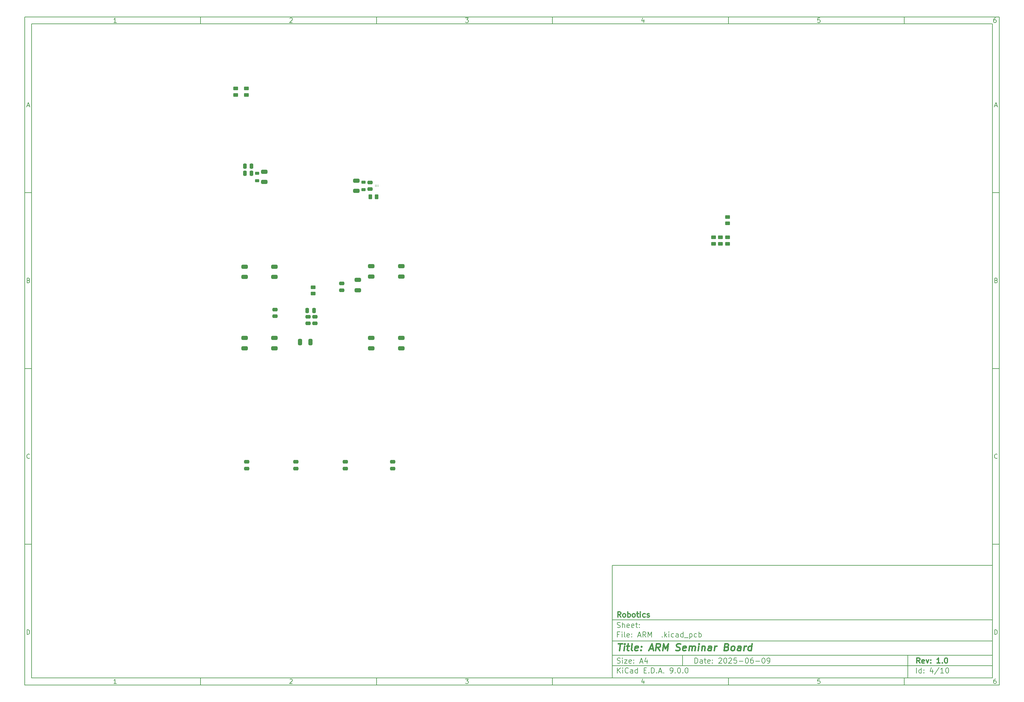
<source format=gbp>
G04 #@! TF.GenerationSoftware,KiCad,Pcbnew,9.0.0*
G04 #@! TF.CreationDate,2025-06-10T17:59:39+09:00*
G04 #@! TF.ProjectId,ARM ___ __,41524d20-38f8-4982-90f4-dc2e6b696361,1.0*
G04 #@! TF.SameCoordinates,Original*
G04 #@! TF.FileFunction,Paste,Bot*
G04 #@! TF.FilePolarity,Positive*
%FSLAX46Y46*%
G04 Gerber Fmt 4.6, Leading zero omitted, Abs format (unit mm)*
G04 Created by KiCad (PCBNEW 9.0.0) date 2025-06-10 17:59:39*
%MOMM*%
%LPD*%
G01*
G04 APERTURE LIST*
G04 Aperture macros list*
%AMRoundRect*
0 Rectangle with rounded corners*
0 $1 Rounding radius*
0 $2 $3 $4 $5 $6 $7 $8 $9 X,Y pos of 4 corners*
0 Add a 4 corners polygon primitive as box body*
4,1,4,$2,$3,$4,$5,$6,$7,$8,$9,$2,$3,0*
0 Add four circle primitives for the rounded corners*
1,1,$1+$1,$2,$3*
1,1,$1+$1,$4,$5*
1,1,$1+$1,$6,$7*
1,1,$1+$1,$8,$9*
0 Add four rect primitives between the rounded corners*
20,1,$1+$1,$2,$3,$4,$5,0*
20,1,$1+$1,$4,$5,$6,$7,0*
20,1,$1+$1,$6,$7,$8,$9,0*
20,1,$1+$1,$8,$9,$2,$3,0*%
G04 Aperture macros list end*
%ADD10C,0.100000*%
%ADD11C,0.150000*%
%ADD12C,0.300000*%
%ADD13C,0.400000*%
%ADD14RoundRect,0.250000X0.475000X-0.250000X0.475000X0.250000X-0.475000X0.250000X-0.475000X-0.250000X0*%
%ADD15RoundRect,0.250000X0.650000X-0.325000X0.650000X0.325000X-0.650000X0.325000X-0.650000X-0.325000X0*%
%ADD16RoundRect,0.250000X0.450000X-0.262500X0.450000X0.262500X-0.450000X0.262500X-0.450000X-0.262500X0*%
%ADD17RoundRect,0.218750X-0.381250X0.218750X-0.381250X-0.218750X0.381250X-0.218750X0.381250X0.218750X0*%
%ADD18RoundRect,0.250000X-0.475000X0.250000X-0.475000X-0.250000X0.475000X-0.250000X0.475000X0.250000X0*%
%ADD19C,0.250000*%
%ADD20RoundRect,0.250000X0.250000X0.475000X-0.250000X0.475000X-0.250000X-0.475000X0.250000X-0.475000X0*%
%ADD21RoundRect,0.250000X-0.450000X0.262500X-0.450000X-0.262500X0.450000X-0.262500X0.450000X0.262500X0*%
%ADD22RoundRect,0.250000X-0.325000X-0.650000X0.325000X-0.650000X0.325000X0.650000X-0.325000X0.650000X0*%
%ADD23RoundRect,0.250000X-0.650000X0.325000X-0.650000X-0.325000X0.650000X-0.325000X0.650000X0.325000X0*%
%ADD24RoundRect,0.218750X0.381250X-0.218750X0.381250X0.218750X-0.381250X0.218750X-0.381250X-0.218750X0*%
%ADD25RoundRect,0.250000X-0.262500X-0.450000X0.262500X-0.450000X0.262500X0.450000X-0.262500X0.450000X0*%
G04 APERTURE END LIST*
D10*
D11*
X177002200Y-166007200D02*
X285002200Y-166007200D01*
X285002200Y-198007200D01*
X177002200Y-198007200D01*
X177002200Y-166007200D01*
D10*
D11*
X10000000Y-10000000D02*
X287002200Y-10000000D01*
X287002200Y-200007200D01*
X10000000Y-200007200D01*
X10000000Y-10000000D01*
D10*
D11*
X12000000Y-12000000D02*
X285002200Y-12000000D01*
X285002200Y-198007200D01*
X12000000Y-198007200D01*
X12000000Y-12000000D01*
D10*
D11*
X60000000Y-12000000D02*
X60000000Y-10000000D01*
D10*
D11*
X110000000Y-12000000D02*
X110000000Y-10000000D01*
D10*
D11*
X160000000Y-12000000D02*
X160000000Y-10000000D01*
D10*
D11*
X210000000Y-12000000D02*
X210000000Y-10000000D01*
D10*
D11*
X260000000Y-12000000D02*
X260000000Y-10000000D01*
D10*
D11*
X36089160Y-11593604D02*
X35346303Y-11593604D01*
X35717731Y-11593604D02*
X35717731Y-10293604D01*
X35717731Y-10293604D02*
X35593922Y-10479319D01*
X35593922Y-10479319D02*
X35470112Y-10603128D01*
X35470112Y-10603128D02*
X35346303Y-10665033D01*
D10*
D11*
X85346303Y-10417414D02*
X85408207Y-10355509D01*
X85408207Y-10355509D02*
X85532017Y-10293604D01*
X85532017Y-10293604D02*
X85841541Y-10293604D01*
X85841541Y-10293604D02*
X85965350Y-10355509D01*
X85965350Y-10355509D02*
X86027255Y-10417414D01*
X86027255Y-10417414D02*
X86089160Y-10541223D01*
X86089160Y-10541223D02*
X86089160Y-10665033D01*
X86089160Y-10665033D02*
X86027255Y-10850747D01*
X86027255Y-10850747D02*
X85284398Y-11593604D01*
X85284398Y-11593604D02*
X86089160Y-11593604D01*
D10*
D11*
X135284398Y-10293604D02*
X136089160Y-10293604D01*
X136089160Y-10293604D02*
X135655826Y-10788842D01*
X135655826Y-10788842D02*
X135841541Y-10788842D01*
X135841541Y-10788842D02*
X135965350Y-10850747D01*
X135965350Y-10850747D02*
X136027255Y-10912652D01*
X136027255Y-10912652D02*
X136089160Y-11036461D01*
X136089160Y-11036461D02*
X136089160Y-11345985D01*
X136089160Y-11345985D02*
X136027255Y-11469795D01*
X136027255Y-11469795D02*
X135965350Y-11531700D01*
X135965350Y-11531700D02*
X135841541Y-11593604D01*
X135841541Y-11593604D02*
X135470112Y-11593604D01*
X135470112Y-11593604D02*
X135346303Y-11531700D01*
X135346303Y-11531700D02*
X135284398Y-11469795D01*
D10*
D11*
X185965350Y-10726938D02*
X185965350Y-11593604D01*
X185655826Y-10231700D02*
X185346303Y-11160271D01*
X185346303Y-11160271D02*
X186151064Y-11160271D01*
D10*
D11*
X236027255Y-10293604D02*
X235408207Y-10293604D01*
X235408207Y-10293604D02*
X235346303Y-10912652D01*
X235346303Y-10912652D02*
X235408207Y-10850747D01*
X235408207Y-10850747D02*
X235532017Y-10788842D01*
X235532017Y-10788842D02*
X235841541Y-10788842D01*
X235841541Y-10788842D02*
X235965350Y-10850747D01*
X235965350Y-10850747D02*
X236027255Y-10912652D01*
X236027255Y-10912652D02*
X236089160Y-11036461D01*
X236089160Y-11036461D02*
X236089160Y-11345985D01*
X236089160Y-11345985D02*
X236027255Y-11469795D01*
X236027255Y-11469795D02*
X235965350Y-11531700D01*
X235965350Y-11531700D02*
X235841541Y-11593604D01*
X235841541Y-11593604D02*
X235532017Y-11593604D01*
X235532017Y-11593604D02*
X235408207Y-11531700D01*
X235408207Y-11531700D02*
X235346303Y-11469795D01*
D10*
D11*
X285965350Y-10293604D02*
X285717731Y-10293604D01*
X285717731Y-10293604D02*
X285593922Y-10355509D01*
X285593922Y-10355509D02*
X285532017Y-10417414D01*
X285532017Y-10417414D02*
X285408207Y-10603128D01*
X285408207Y-10603128D02*
X285346303Y-10850747D01*
X285346303Y-10850747D02*
X285346303Y-11345985D01*
X285346303Y-11345985D02*
X285408207Y-11469795D01*
X285408207Y-11469795D02*
X285470112Y-11531700D01*
X285470112Y-11531700D02*
X285593922Y-11593604D01*
X285593922Y-11593604D02*
X285841541Y-11593604D01*
X285841541Y-11593604D02*
X285965350Y-11531700D01*
X285965350Y-11531700D02*
X286027255Y-11469795D01*
X286027255Y-11469795D02*
X286089160Y-11345985D01*
X286089160Y-11345985D02*
X286089160Y-11036461D01*
X286089160Y-11036461D02*
X286027255Y-10912652D01*
X286027255Y-10912652D02*
X285965350Y-10850747D01*
X285965350Y-10850747D02*
X285841541Y-10788842D01*
X285841541Y-10788842D02*
X285593922Y-10788842D01*
X285593922Y-10788842D02*
X285470112Y-10850747D01*
X285470112Y-10850747D02*
X285408207Y-10912652D01*
X285408207Y-10912652D02*
X285346303Y-11036461D01*
D10*
D11*
X60000000Y-198007200D02*
X60000000Y-200007200D01*
D10*
D11*
X110000000Y-198007200D02*
X110000000Y-200007200D01*
D10*
D11*
X160000000Y-198007200D02*
X160000000Y-200007200D01*
D10*
D11*
X210000000Y-198007200D02*
X210000000Y-200007200D01*
D10*
D11*
X260000000Y-198007200D02*
X260000000Y-200007200D01*
D10*
D11*
X36089160Y-199600804D02*
X35346303Y-199600804D01*
X35717731Y-199600804D02*
X35717731Y-198300804D01*
X35717731Y-198300804D02*
X35593922Y-198486519D01*
X35593922Y-198486519D02*
X35470112Y-198610328D01*
X35470112Y-198610328D02*
X35346303Y-198672233D01*
D10*
D11*
X85346303Y-198424614D02*
X85408207Y-198362709D01*
X85408207Y-198362709D02*
X85532017Y-198300804D01*
X85532017Y-198300804D02*
X85841541Y-198300804D01*
X85841541Y-198300804D02*
X85965350Y-198362709D01*
X85965350Y-198362709D02*
X86027255Y-198424614D01*
X86027255Y-198424614D02*
X86089160Y-198548423D01*
X86089160Y-198548423D02*
X86089160Y-198672233D01*
X86089160Y-198672233D02*
X86027255Y-198857947D01*
X86027255Y-198857947D02*
X85284398Y-199600804D01*
X85284398Y-199600804D02*
X86089160Y-199600804D01*
D10*
D11*
X135284398Y-198300804D02*
X136089160Y-198300804D01*
X136089160Y-198300804D02*
X135655826Y-198796042D01*
X135655826Y-198796042D02*
X135841541Y-198796042D01*
X135841541Y-198796042D02*
X135965350Y-198857947D01*
X135965350Y-198857947D02*
X136027255Y-198919852D01*
X136027255Y-198919852D02*
X136089160Y-199043661D01*
X136089160Y-199043661D02*
X136089160Y-199353185D01*
X136089160Y-199353185D02*
X136027255Y-199476995D01*
X136027255Y-199476995D02*
X135965350Y-199538900D01*
X135965350Y-199538900D02*
X135841541Y-199600804D01*
X135841541Y-199600804D02*
X135470112Y-199600804D01*
X135470112Y-199600804D02*
X135346303Y-199538900D01*
X135346303Y-199538900D02*
X135284398Y-199476995D01*
D10*
D11*
X185965350Y-198734138D02*
X185965350Y-199600804D01*
X185655826Y-198238900D02*
X185346303Y-199167471D01*
X185346303Y-199167471D02*
X186151064Y-199167471D01*
D10*
D11*
X236027255Y-198300804D02*
X235408207Y-198300804D01*
X235408207Y-198300804D02*
X235346303Y-198919852D01*
X235346303Y-198919852D02*
X235408207Y-198857947D01*
X235408207Y-198857947D02*
X235532017Y-198796042D01*
X235532017Y-198796042D02*
X235841541Y-198796042D01*
X235841541Y-198796042D02*
X235965350Y-198857947D01*
X235965350Y-198857947D02*
X236027255Y-198919852D01*
X236027255Y-198919852D02*
X236089160Y-199043661D01*
X236089160Y-199043661D02*
X236089160Y-199353185D01*
X236089160Y-199353185D02*
X236027255Y-199476995D01*
X236027255Y-199476995D02*
X235965350Y-199538900D01*
X235965350Y-199538900D02*
X235841541Y-199600804D01*
X235841541Y-199600804D02*
X235532017Y-199600804D01*
X235532017Y-199600804D02*
X235408207Y-199538900D01*
X235408207Y-199538900D02*
X235346303Y-199476995D01*
D10*
D11*
X285965350Y-198300804D02*
X285717731Y-198300804D01*
X285717731Y-198300804D02*
X285593922Y-198362709D01*
X285593922Y-198362709D02*
X285532017Y-198424614D01*
X285532017Y-198424614D02*
X285408207Y-198610328D01*
X285408207Y-198610328D02*
X285346303Y-198857947D01*
X285346303Y-198857947D02*
X285346303Y-199353185D01*
X285346303Y-199353185D02*
X285408207Y-199476995D01*
X285408207Y-199476995D02*
X285470112Y-199538900D01*
X285470112Y-199538900D02*
X285593922Y-199600804D01*
X285593922Y-199600804D02*
X285841541Y-199600804D01*
X285841541Y-199600804D02*
X285965350Y-199538900D01*
X285965350Y-199538900D02*
X286027255Y-199476995D01*
X286027255Y-199476995D02*
X286089160Y-199353185D01*
X286089160Y-199353185D02*
X286089160Y-199043661D01*
X286089160Y-199043661D02*
X286027255Y-198919852D01*
X286027255Y-198919852D02*
X285965350Y-198857947D01*
X285965350Y-198857947D02*
X285841541Y-198796042D01*
X285841541Y-198796042D02*
X285593922Y-198796042D01*
X285593922Y-198796042D02*
X285470112Y-198857947D01*
X285470112Y-198857947D02*
X285408207Y-198919852D01*
X285408207Y-198919852D02*
X285346303Y-199043661D01*
D10*
D11*
X10000000Y-60000000D02*
X12000000Y-60000000D01*
D10*
D11*
X10000000Y-110000000D02*
X12000000Y-110000000D01*
D10*
D11*
X10000000Y-160000000D02*
X12000000Y-160000000D01*
D10*
D11*
X10690476Y-35222176D02*
X11309523Y-35222176D01*
X10566666Y-35593604D02*
X10999999Y-34293604D01*
X10999999Y-34293604D02*
X11433333Y-35593604D01*
D10*
D11*
X11092857Y-84912652D02*
X11278571Y-84974557D01*
X11278571Y-84974557D02*
X11340476Y-85036461D01*
X11340476Y-85036461D02*
X11402380Y-85160271D01*
X11402380Y-85160271D02*
X11402380Y-85345985D01*
X11402380Y-85345985D02*
X11340476Y-85469795D01*
X11340476Y-85469795D02*
X11278571Y-85531700D01*
X11278571Y-85531700D02*
X11154761Y-85593604D01*
X11154761Y-85593604D02*
X10659523Y-85593604D01*
X10659523Y-85593604D02*
X10659523Y-84293604D01*
X10659523Y-84293604D02*
X11092857Y-84293604D01*
X11092857Y-84293604D02*
X11216666Y-84355509D01*
X11216666Y-84355509D02*
X11278571Y-84417414D01*
X11278571Y-84417414D02*
X11340476Y-84541223D01*
X11340476Y-84541223D02*
X11340476Y-84665033D01*
X11340476Y-84665033D02*
X11278571Y-84788842D01*
X11278571Y-84788842D02*
X11216666Y-84850747D01*
X11216666Y-84850747D02*
X11092857Y-84912652D01*
X11092857Y-84912652D02*
X10659523Y-84912652D01*
D10*
D11*
X11402380Y-135469795D02*
X11340476Y-135531700D01*
X11340476Y-135531700D02*
X11154761Y-135593604D01*
X11154761Y-135593604D02*
X11030952Y-135593604D01*
X11030952Y-135593604D02*
X10845238Y-135531700D01*
X10845238Y-135531700D02*
X10721428Y-135407890D01*
X10721428Y-135407890D02*
X10659523Y-135284080D01*
X10659523Y-135284080D02*
X10597619Y-135036461D01*
X10597619Y-135036461D02*
X10597619Y-134850747D01*
X10597619Y-134850747D02*
X10659523Y-134603128D01*
X10659523Y-134603128D02*
X10721428Y-134479319D01*
X10721428Y-134479319D02*
X10845238Y-134355509D01*
X10845238Y-134355509D02*
X11030952Y-134293604D01*
X11030952Y-134293604D02*
X11154761Y-134293604D01*
X11154761Y-134293604D02*
X11340476Y-134355509D01*
X11340476Y-134355509D02*
X11402380Y-134417414D01*
D10*
D11*
X10659523Y-185593604D02*
X10659523Y-184293604D01*
X10659523Y-184293604D02*
X10969047Y-184293604D01*
X10969047Y-184293604D02*
X11154761Y-184355509D01*
X11154761Y-184355509D02*
X11278571Y-184479319D01*
X11278571Y-184479319D02*
X11340476Y-184603128D01*
X11340476Y-184603128D02*
X11402380Y-184850747D01*
X11402380Y-184850747D02*
X11402380Y-185036461D01*
X11402380Y-185036461D02*
X11340476Y-185284080D01*
X11340476Y-185284080D02*
X11278571Y-185407890D01*
X11278571Y-185407890D02*
X11154761Y-185531700D01*
X11154761Y-185531700D02*
X10969047Y-185593604D01*
X10969047Y-185593604D02*
X10659523Y-185593604D01*
D10*
D11*
X287002200Y-60000000D02*
X285002200Y-60000000D01*
D10*
D11*
X287002200Y-110000000D02*
X285002200Y-110000000D01*
D10*
D11*
X287002200Y-160000000D02*
X285002200Y-160000000D01*
D10*
D11*
X285692676Y-35222176D02*
X286311723Y-35222176D01*
X285568866Y-35593604D02*
X286002199Y-34293604D01*
X286002199Y-34293604D02*
X286435533Y-35593604D01*
D10*
D11*
X286095057Y-84912652D02*
X286280771Y-84974557D01*
X286280771Y-84974557D02*
X286342676Y-85036461D01*
X286342676Y-85036461D02*
X286404580Y-85160271D01*
X286404580Y-85160271D02*
X286404580Y-85345985D01*
X286404580Y-85345985D02*
X286342676Y-85469795D01*
X286342676Y-85469795D02*
X286280771Y-85531700D01*
X286280771Y-85531700D02*
X286156961Y-85593604D01*
X286156961Y-85593604D02*
X285661723Y-85593604D01*
X285661723Y-85593604D02*
X285661723Y-84293604D01*
X285661723Y-84293604D02*
X286095057Y-84293604D01*
X286095057Y-84293604D02*
X286218866Y-84355509D01*
X286218866Y-84355509D02*
X286280771Y-84417414D01*
X286280771Y-84417414D02*
X286342676Y-84541223D01*
X286342676Y-84541223D02*
X286342676Y-84665033D01*
X286342676Y-84665033D02*
X286280771Y-84788842D01*
X286280771Y-84788842D02*
X286218866Y-84850747D01*
X286218866Y-84850747D02*
X286095057Y-84912652D01*
X286095057Y-84912652D02*
X285661723Y-84912652D01*
D10*
D11*
X286404580Y-135469795D02*
X286342676Y-135531700D01*
X286342676Y-135531700D02*
X286156961Y-135593604D01*
X286156961Y-135593604D02*
X286033152Y-135593604D01*
X286033152Y-135593604D02*
X285847438Y-135531700D01*
X285847438Y-135531700D02*
X285723628Y-135407890D01*
X285723628Y-135407890D02*
X285661723Y-135284080D01*
X285661723Y-135284080D02*
X285599819Y-135036461D01*
X285599819Y-135036461D02*
X285599819Y-134850747D01*
X285599819Y-134850747D02*
X285661723Y-134603128D01*
X285661723Y-134603128D02*
X285723628Y-134479319D01*
X285723628Y-134479319D02*
X285847438Y-134355509D01*
X285847438Y-134355509D02*
X286033152Y-134293604D01*
X286033152Y-134293604D02*
X286156961Y-134293604D01*
X286156961Y-134293604D02*
X286342676Y-134355509D01*
X286342676Y-134355509D02*
X286404580Y-134417414D01*
D10*
D11*
X285661723Y-185593604D02*
X285661723Y-184293604D01*
X285661723Y-184293604D02*
X285971247Y-184293604D01*
X285971247Y-184293604D02*
X286156961Y-184355509D01*
X286156961Y-184355509D02*
X286280771Y-184479319D01*
X286280771Y-184479319D02*
X286342676Y-184603128D01*
X286342676Y-184603128D02*
X286404580Y-184850747D01*
X286404580Y-184850747D02*
X286404580Y-185036461D01*
X286404580Y-185036461D02*
X286342676Y-185284080D01*
X286342676Y-185284080D02*
X286280771Y-185407890D01*
X286280771Y-185407890D02*
X286156961Y-185531700D01*
X286156961Y-185531700D02*
X285971247Y-185593604D01*
X285971247Y-185593604D02*
X285661723Y-185593604D01*
D10*
D11*
X200458026Y-193793328D02*
X200458026Y-192293328D01*
X200458026Y-192293328D02*
X200815169Y-192293328D01*
X200815169Y-192293328D02*
X201029455Y-192364757D01*
X201029455Y-192364757D02*
X201172312Y-192507614D01*
X201172312Y-192507614D02*
X201243741Y-192650471D01*
X201243741Y-192650471D02*
X201315169Y-192936185D01*
X201315169Y-192936185D02*
X201315169Y-193150471D01*
X201315169Y-193150471D02*
X201243741Y-193436185D01*
X201243741Y-193436185D02*
X201172312Y-193579042D01*
X201172312Y-193579042D02*
X201029455Y-193721900D01*
X201029455Y-193721900D02*
X200815169Y-193793328D01*
X200815169Y-193793328D02*
X200458026Y-193793328D01*
X202600884Y-193793328D02*
X202600884Y-193007614D01*
X202600884Y-193007614D02*
X202529455Y-192864757D01*
X202529455Y-192864757D02*
X202386598Y-192793328D01*
X202386598Y-192793328D02*
X202100884Y-192793328D01*
X202100884Y-192793328D02*
X201958026Y-192864757D01*
X202600884Y-193721900D02*
X202458026Y-193793328D01*
X202458026Y-193793328D02*
X202100884Y-193793328D01*
X202100884Y-193793328D02*
X201958026Y-193721900D01*
X201958026Y-193721900D02*
X201886598Y-193579042D01*
X201886598Y-193579042D02*
X201886598Y-193436185D01*
X201886598Y-193436185D02*
X201958026Y-193293328D01*
X201958026Y-193293328D02*
X202100884Y-193221900D01*
X202100884Y-193221900D02*
X202458026Y-193221900D01*
X202458026Y-193221900D02*
X202600884Y-193150471D01*
X203100884Y-192793328D02*
X203672312Y-192793328D01*
X203315169Y-192293328D02*
X203315169Y-193579042D01*
X203315169Y-193579042D02*
X203386598Y-193721900D01*
X203386598Y-193721900D02*
X203529455Y-193793328D01*
X203529455Y-193793328D02*
X203672312Y-193793328D01*
X204743741Y-193721900D02*
X204600884Y-193793328D01*
X204600884Y-193793328D02*
X204315170Y-193793328D01*
X204315170Y-193793328D02*
X204172312Y-193721900D01*
X204172312Y-193721900D02*
X204100884Y-193579042D01*
X204100884Y-193579042D02*
X204100884Y-193007614D01*
X204100884Y-193007614D02*
X204172312Y-192864757D01*
X204172312Y-192864757D02*
X204315170Y-192793328D01*
X204315170Y-192793328D02*
X204600884Y-192793328D01*
X204600884Y-192793328D02*
X204743741Y-192864757D01*
X204743741Y-192864757D02*
X204815170Y-193007614D01*
X204815170Y-193007614D02*
X204815170Y-193150471D01*
X204815170Y-193150471D02*
X204100884Y-193293328D01*
X205458026Y-193650471D02*
X205529455Y-193721900D01*
X205529455Y-193721900D02*
X205458026Y-193793328D01*
X205458026Y-193793328D02*
X205386598Y-193721900D01*
X205386598Y-193721900D02*
X205458026Y-193650471D01*
X205458026Y-193650471D02*
X205458026Y-193793328D01*
X205458026Y-192864757D02*
X205529455Y-192936185D01*
X205529455Y-192936185D02*
X205458026Y-193007614D01*
X205458026Y-193007614D02*
X205386598Y-192936185D01*
X205386598Y-192936185D02*
X205458026Y-192864757D01*
X205458026Y-192864757D02*
X205458026Y-193007614D01*
X207243741Y-192436185D02*
X207315169Y-192364757D01*
X207315169Y-192364757D02*
X207458027Y-192293328D01*
X207458027Y-192293328D02*
X207815169Y-192293328D01*
X207815169Y-192293328D02*
X207958027Y-192364757D01*
X207958027Y-192364757D02*
X208029455Y-192436185D01*
X208029455Y-192436185D02*
X208100884Y-192579042D01*
X208100884Y-192579042D02*
X208100884Y-192721900D01*
X208100884Y-192721900D02*
X208029455Y-192936185D01*
X208029455Y-192936185D02*
X207172312Y-193793328D01*
X207172312Y-193793328D02*
X208100884Y-193793328D01*
X209029455Y-192293328D02*
X209172312Y-192293328D01*
X209172312Y-192293328D02*
X209315169Y-192364757D01*
X209315169Y-192364757D02*
X209386598Y-192436185D01*
X209386598Y-192436185D02*
X209458026Y-192579042D01*
X209458026Y-192579042D02*
X209529455Y-192864757D01*
X209529455Y-192864757D02*
X209529455Y-193221900D01*
X209529455Y-193221900D02*
X209458026Y-193507614D01*
X209458026Y-193507614D02*
X209386598Y-193650471D01*
X209386598Y-193650471D02*
X209315169Y-193721900D01*
X209315169Y-193721900D02*
X209172312Y-193793328D01*
X209172312Y-193793328D02*
X209029455Y-193793328D01*
X209029455Y-193793328D02*
X208886598Y-193721900D01*
X208886598Y-193721900D02*
X208815169Y-193650471D01*
X208815169Y-193650471D02*
X208743740Y-193507614D01*
X208743740Y-193507614D02*
X208672312Y-193221900D01*
X208672312Y-193221900D02*
X208672312Y-192864757D01*
X208672312Y-192864757D02*
X208743740Y-192579042D01*
X208743740Y-192579042D02*
X208815169Y-192436185D01*
X208815169Y-192436185D02*
X208886598Y-192364757D01*
X208886598Y-192364757D02*
X209029455Y-192293328D01*
X210100883Y-192436185D02*
X210172311Y-192364757D01*
X210172311Y-192364757D02*
X210315169Y-192293328D01*
X210315169Y-192293328D02*
X210672311Y-192293328D01*
X210672311Y-192293328D02*
X210815169Y-192364757D01*
X210815169Y-192364757D02*
X210886597Y-192436185D01*
X210886597Y-192436185D02*
X210958026Y-192579042D01*
X210958026Y-192579042D02*
X210958026Y-192721900D01*
X210958026Y-192721900D02*
X210886597Y-192936185D01*
X210886597Y-192936185D02*
X210029454Y-193793328D01*
X210029454Y-193793328D02*
X210958026Y-193793328D01*
X212315168Y-192293328D02*
X211600882Y-192293328D01*
X211600882Y-192293328D02*
X211529454Y-193007614D01*
X211529454Y-193007614D02*
X211600882Y-192936185D01*
X211600882Y-192936185D02*
X211743740Y-192864757D01*
X211743740Y-192864757D02*
X212100882Y-192864757D01*
X212100882Y-192864757D02*
X212243740Y-192936185D01*
X212243740Y-192936185D02*
X212315168Y-193007614D01*
X212315168Y-193007614D02*
X212386597Y-193150471D01*
X212386597Y-193150471D02*
X212386597Y-193507614D01*
X212386597Y-193507614D02*
X212315168Y-193650471D01*
X212315168Y-193650471D02*
X212243740Y-193721900D01*
X212243740Y-193721900D02*
X212100882Y-193793328D01*
X212100882Y-193793328D02*
X211743740Y-193793328D01*
X211743740Y-193793328D02*
X211600882Y-193721900D01*
X211600882Y-193721900D02*
X211529454Y-193650471D01*
X213029453Y-193221900D02*
X214172311Y-193221900D01*
X215172311Y-192293328D02*
X215315168Y-192293328D01*
X215315168Y-192293328D02*
X215458025Y-192364757D01*
X215458025Y-192364757D02*
X215529454Y-192436185D01*
X215529454Y-192436185D02*
X215600882Y-192579042D01*
X215600882Y-192579042D02*
X215672311Y-192864757D01*
X215672311Y-192864757D02*
X215672311Y-193221900D01*
X215672311Y-193221900D02*
X215600882Y-193507614D01*
X215600882Y-193507614D02*
X215529454Y-193650471D01*
X215529454Y-193650471D02*
X215458025Y-193721900D01*
X215458025Y-193721900D02*
X215315168Y-193793328D01*
X215315168Y-193793328D02*
X215172311Y-193793328D01*
X215172311Y-193793328D02*
X215029454Y-193721900D01*
X215029454Y-193721900D02*
X214958025Y-193650471D01*
X214958025Y-193650471D02*
X214886596Y-193507614D01*
X214886596Y-193507614D02*
X214815168Y-193221900D01*
X214815168Y-193221900D02*
X214815168Y-192864757D01*
X214815168Y-192864757D02*
X214886596Y-192579042D01*
X214886596Y-192579042D02*
X214958025Y-192436185D01*
X214958025Y-192436185D02*
X215029454Y-192364757D01*
X215029454Y-192364757D02*
X215172311Y-192293328D01*
X216958025Y-192293328D02*
X216672310Y-192293328D01*
X216672310Y-192293328D02*
X216529453Y-192364757D01*
X216529453Y-192364757D02*
X216458025Y-192436185D01*
X216458025Y-192436185D02*
X216315167Y-192650471D01*
X216315167Y-192650471D02*
X216243739Y-192936185D01*
X216243739Y-192936185D02*
X216243739Y-193507614D01*
X216243739Y-193507614D02*
X216315167Y-193650471D01*
X216315167Y-193650471D02*
X216386596Y-193721900D01*
X216386596Y-193721900D02*
X216529453Y-193793328D01*
X216529453Y-193793328D02*
X216815167Y-193793328D01*
X216815167Y-193793328D02*
X216958025Y-193721900D01*
X216958025Y-193721900D02*
X217029453Y-193650471D01*
X217029453Y-193650471D02*
X217100882Y-193507614D01*
X217100882Y-193507614D02*
X217100882Y-193150471D01*
X217100882Y-193150471D02*
X217029453Y-193007614D01*
X217029453Y-193007614D02*
X216958025Y-192936185D01*
X216958025Y-192936185D02*
X216815167Y-192864757D01*
X216815167Y-192864757D02*
X216529453Y-192864757D01*
X216529453Y-192864757D02*
X216386596Y-192936185D01*
X216386596Y-192936185D02*
X216315167Y-193007614D01*
X216315167Y-193007614D02*
X216243739Y-193150471D01*
X217743738Y-193221900D02*
X218886596Y-193221900D01*
X219886596Y-192293328D02*
X220029453Y-192293328D01*
X220029453Y-192293328D02*
X220172310Y-192364757D01*
X220172310Y-192364757D02*
X220243739Y-192436185D01*
X220243739Y-192436185D02*
X220315167Y-192579042D01*
X220315167Y-192579042D02*
X220386596Y-192864757D01*
X220386596Y-192864757D02*
X220386596Y-193221900D01*
X220386596Y-193221900D02*
X220315167Y-193507614D01*
X220315167Y-193507614D02*
X220243739Y-193650471D01*
X220243739Y-193650471D02*
X220172310Y-193721900D01*
X220172310Y-193721900D02*
X220029453Y-193793328D01*
X220029453Y-193793328D02*
X219886596Y-193793328D01*
X219886596Y-193793328D02*
X219743739Y-193721900D01*
X219743739Y-193721900D02*
X219672310Y-193650471D01*
X219672310Y-193650471D02*
X219600881Y-193507614D01*
X219600881Y-193507614D02*
X219529453Y-193221900D01*
X219529453Y-193221900D02*
X219529453Y-192864757D01*
X219529453Y-192864757D02*
X219600881Y-192579042D01*
X219600881Y-192579042D02*
X219672310Y-192436185D01*
X219672310Y-192436185D02*
X219743739Y-192364757D01*
X219743739Y-192364757D02*
X219886596Y-192293328D01*
X221100881Y-193793328D02*
X221386595Y-193793328D01*
X221386595Y-193793328D02*
X221529452Y-193721900D01*
X221529452Y-193721900D02*
X221600881Y-193650471D01*
X221600881Y-193650471D02*
X221743738Y-193436185D01*
X221743738Y-193436185D02*
X221815167Y-193150471D01*
X221815167Y-193150471D02*
X221815167Y-192579042D01*
X221815167Y-192579042D02*
X221743738Y-192436185D01*
X221743738Y-192436185D02*
X221672310Y-192364757D01*
X221672310Y-192364757D02*
X221529452Y-192293328D01*
X221529452Y-192293328D02*
X221243738Y-192293328D01*
X221243738Y-192293328D02*
X221100881Y-192364757D01*
X221100881Y-192364757D02*
X221029452Y-192436185D01*
X221029452Y-192436185D02*
X220958024Y-192579042D01*
X220958024Y-192579042D02*
X220958024Y-192936185D01*
X220958024Y-192936185D02*
X221029452Y-193079042D01*
X221029452Y-193079042D02*
X221100881Y-193150471D01*
X221100881Y-193150471D02*
X221243738Y-193221900D01*
X221243738Y-193221900D02*
X221529452Y-193221900D01*
X221529452Y-193221900D02*
X221672310Y-193150471D01*
X221672310Y-193150471D02*
X221743738Y-193079042D01*
X221743738Y-193079042D02*
X221815167Y-192936185D01*
D10*
D11*
X177002200Y-194507200D02*
X285002200Y-194507200D01*
D10*
D11*
X178458026Y-196593328D02*
X178458026Y-195093328D01*
X179315169Y-196593328D02*
X178672312Y-195736185D01*
X179315169Y-195093328D02*
X178458026Y-195950471D01*
X179958026Y-196593328D02*
X179958026Y-195593328D01*
X179958026Y-195093328D02*
X179886598Y-195164757D01*
X179886598Y-195164757D02*
X179958026Y-195236185D01*
X179958026Y-195236185D02*
X180029455Y-195164757D01*
X180029455Y-195164757D02*
X179958026Y-195093328D01*
X179958026Y-195093328D02*
X179958026Y-195236185D01*
X181529455Y-196450471D02*
X181458027Y-196521900D01*
X181458027Y-196521900D02*
X181243741Y-196593328D01*
X181243741Y-196593328D02*
X181100884Y-196593328D01*
X181100884Y-196593328D02*
X180886598Y-196521900D01*
X180886598Y-196521900D02*
X180743741Y-196379042D01*
X180743741Y-196379042D02*
X180672312Y-196236185D01*
X180672312Y-196236185D02*
X180600884Y-195950471D01*
X180600884Y-195950471D02*
X180600884Y-195736185D01*
X180600884Y-195736185D02*
X180672312Y-195450471D01*
X180672312Y-195450471D02*
X180743741Y-195307614D01*
X180743741Y-195307614D02*
X180886598Y-195164757D01*
X180886598Y-195164757D02*
X181100884Y-195093328D01*
X181100884Y-195093328D02*
X181243741Y-195093328D01*
X181243741Y-195093328D02*
X181458027Y-195164757D01*
X181458027Y-195164757D02*
X181529455Y-195236185D01*
X182815170Y-196593328D02*
X182815170Y-195807614D01*
X182815170Y-195807614D02*
X182743741Y-195664757D01*
X182743741Y-195664757D02*
X182600884Y-195593328D01*
X182600884Y-195593328D02*
X182315170Y-195593328D01*
X182315170Y-195593328D02*
X182172312Y-195664757D01*
X182815170Y-196521900D02*
X182672312Y-196593328D01*
X182672312Y-196593328D02*
X182315170Y-196593328D01*
X182315170Y-196593328D02*
X182172312Y-196521900D01*
X182172312Y-196521900D02*
X182100884Y-196379042D01*
X182100884Y-196379042D02*
X182100884Y-196236185D01*
X182100884Y-196236185D02*
X182172312Y-196093328D01*
X182172312Y-196093328D02*
X182315170Y-196021900D01*
X182315170Y-196021900D02*
X182672312Y-196021900D01*
X182672312Y-196021900D02*
X182815170Y-195950471D01*
X184172313Y-196593328D02*
X184172313Y-195093328D01*
X184172313Y-196521900D02*
X184029455Y-196593328D01*
X184029455Y-196593328D02*
X183743741Y-196593328D01*
X183743741Y-196593328D02*
X183600884Y-196521900D01*
X183600884Y-196521900D02*
X183529455Y-196450471D01*
X183529455Y-196450471D02*
X183458027Y-196307614D01*
X183458027Y-196307614D02*
X183458027Y-195879042D01*
X183458027Y-195879042D02*
X183529455Y-195736185D01*
X183529455Y-195736185D02*
X183600884Y-195664757D01*
X183600884Y-195664757D02*
X183743741Y-195593328D01*
X183743741Y-195593328D02*
X184029455Y-195593328D01*
X184029455Y-195593328D02*
X184172313Y-195664757D01*
X186029455Y-195807614D02*
X186529455Y-195807614D01*
X186743741Y-196593328D02*
X186029455Y-196593328D01*
X186029455Y-196593328D02*
X186029455Y-195093328D01*
X186029455Y-195093328D02*
X186743741Y-195093328D01*
X187386598Y-196450471D02*
X187458027Y-196521900D01*
X187458027Y-196521900D02*
X187386598Y-196593328D01*
X187386598Y-196593328D02*
X187315170Y-196521900D01*
X187315170Y-196521900D02*
X187386598Y-196450471D01*
X187386598Y-196450471D02*
X187386598Y-196593328D01*
X188100884Y-196593328D02*
X188100884Y-195093328D01*
X188100884Y-195093328D02*
X188458027Y-195093328D01*
X188458027Y-195093328D02*
X188672313Y-195164757D01*
X188672313Y-195164757D02*
X188815170Y-195307614D01*
X188815170Y-195307614D02*
X188886599Y-195450471D01*
X188886599Y-195450471D02*
X188958027Y-195736185D01*
X188958027Y-195736185D02*
X188958027Y-195950471D01*
X188958027Y-195950471D02*
X188886599Y-196236185D01*
X188886599Y-196236185D02*
X188815170Y-196379042D01*
X188815170Y-196379042D02*
X188672313Y-196521900D01*
X188672313Y-196521900D02*
X188458027Y-196593328D01*
X188458027Y-196593328D02*
X188100884Y-196593328D01*
X189600884Y-196450471D02*
X189672313Y-196521900D01*
X189672313Y-196521900D02*
X189600884Y-196593328D01*
X189600884Y-196593328D02*
X189529456Y-196521900D01*
X189529456Y-196521900D02*
X189600884Y-196450471D01*
X189600884Y-196450471D02*
X189600884Y-196593328D01*
X190243742Y-196164757D02*
X190958028Y-196164757D01*
X190100885Y-196593328D02*
X190600885Y-195093328D01*
X190600885Y-195093328D02*
X191100885Y-196593328D01*
X191600884Y-196450471D02*
X191672313Y-196521900D01*
X191672313Y-196521900D02*
X191600884Y-196593328D01*
X191600884Y-196593328D02*
X191529456Y-196521900D01*
X191529456Y-196521900D02*
X191600884Y-196450471D01*
X191600884Y-196450471D02*
X191600884Y-196593328D01*
X193529456Y-196593328D02*
X193815170Y-196593328D01*
X193815170Y-196593328D02*
X193958027Y-196521900D01*
X193958027Y-196521900D02*
X194029456Y-196450471D01*
X194029456Y-196450471D02*
X194172313Y-196236185D01*
X194172313Y-196236185D02*
X194243742Y-195950471D01*
X194243742Y-195950471D02*
X194243742Y-195379042D01*
X194243742Y-195379042D02*
X194172313Y-195236185D01*
X194172313Y-195236185D02*
X194100885Y-195164757D01*
X194100885Y-195164757D02*
X193958027Y-195093328D01*
X193958027Y-195093328D02*
X193672313Y-195093328D01*
X193672313Y-195093328D02*
X193529456Y-195164757D01*
X193529456Y-195164757D02*
X193458027Y-195236185D01*
X193458027Y-195236185D02*
X193386599Y-195379042D01*
X193386599Y-195379042D02*
X193386599Y-195736185D01*
X193386599Y-195736185D02*
X193458027Y-195879042D01*
X193458027Y-195879042D02*
X193529456Y-195950471D01*
X193529456Y-195950471D02*
X193672313Y-196021900D01*
X193672313Y-196021900D02*
X193958027Y-196021900D01*
X193958027Y-196021900D02*
X194100885Y-195950471D01*
X194100885Y-195950471D02*
X194172313Y-195879042D01*
X194172313Y-195879042D02*
X194243742Y-195736185D01*
X194886598Y-196450471D02*
X194958027Y-196521900D01*
X194958027Y-196521900D02*
X194886598Y-196593328D01*
X194886598Y-196593328D02*
X194815170Y-196521900D01*
X194815170Y-196521900D02*
X194886598Y-196450471D01*
X194886598Y-196450471D02*
X194886598Y-196593328D01*
X195886599Y-195093328D02*
X196029456Y-195093328D01*
X196029456Y-195093328D02*
X196172313Y-195164757D01*
X196172313Y-195164757D02*
X196243742Y-195236185D01*
X196243742Y-195236185D02*
X196315170Y-195379042D01*
X196315170Y-195379042D02*
X196386599Y-195664757D01*
X196386599Y-195664757D02*
X196386599Y-196021900D01*
X196386599Y-196021900D02*
X196315170Y-196307614D01*
X196315170Y-196307614D02*
X196243742Y-196450471D01*
X196243742Y-196450471D02*
X196172313Y-196521900D01*
X196172313Y-196521900D02*
X196029456Y-196593328D01*
X196029456Y-196593328D02*
X195886599Y-196593328D01*
X195886599Y-196593328D02*
X195743742Y-196521900D01*
X195743742Y-196521900D02*
X195672313Y-196450471D01*
X195672313Y-196450471D02*
X195600884Y-196307614D01*
X195600884Y-196307614D02*
X195529456Y-196021900D01*
X195529456Y-196021900D02*
X195529456Y-195664757D01*
X195529456Y-195664757D02*
X195600884Y-195379042D01*
X195600884Y-195379042D02*
X195672313Y-195236185D01*
X195672313Y-195236185D02*
X195743742Y-195164757D01*
X195743742Y-195164757D02*
X195886599Y-195093328D01*
X197029455Y-196450471D02*
X197100884Y-196521900D01*
X197100884Y-196521900D02*
X197029455Y-196593328D01*
X197029455Y-196593328D02*
X196958027Y-196521900D01*
X196958027Y-196521900D02*
X197029455Y-196450471D01*
X197029455Y-196450471D02*
X197029455Y-196593328D01*
X198029456Y-195093328D02*
X198172313Y-195093328D01*
X198172313Y-195093328D02*
X198315170Y-195164757D01*
X198315170Y-195164757D02*
X198386599Y-195236185D01*
X198386599Y-195236185D02*
X198458027Y-195379042D01*
X198458027Y-195379042D02*
X198529456Y-195664757D01*
X198529456Y-195664757D02*
X198529456Y-196021900D01*
X198529456Y-196021900D02*
X198458027Y-196307614D01*
X198458027Y-196307614D02*
X198386599Y-196450471D01*
X198386599Y-196450471D02*
X198315170Y-196521900D01*
X198315170Y-196521900D02*
X198172313Y-196593328D01*
X198172313Y-196593328D02*
X198029456Y-196593328D01*
X198029456Y-196593328D02*
X197886599Y-196521900D01*
X197886599Y-196521900D02*
X197815170Y-196450471D01*
X197815170Y-196450471D02*
X197743741Y-196307614D01*
X197743741Y-196307614D02*
X197672313Y-196021900D01*
X197672313Y-196021900D02*
X197672313Y-195664757D01*
X197672313Y-195664757D02*
X197743741Y-195379042D01*
X197743741Y-195379042D02*
X197815170Y-195236185D01*
X197815170Y-195236185D02*
X197886599Y-195164757D01*
X197886599Y-195164757D02*
X198029456Y-195093328D01*
D10*
D11*
X177002200Y-191507200D02*
X285002200Y-191507200D01*
D10*
D12*
X264413853Y-193785528D02*
X263913853Y-193071242D01*
X263556710Y-193785528D02*
X263556710Y-192285528D01*
X263556710Y-192285528D02*
X264128139Y-192285528D01*
X264128139Y-192285528D02*
X264270996Y-192356957D01*
X264270996Y-192356957D02*
X264342425Y-192428385D01*
X264342425Y-192428385D02*
X264413853Y-192571242D01*
X264413853Y-192571242D02*
X264413853Y-192785528D01*
X264413853Y-192785528D02*
X264342425Y-192928385D01*
X264342425Y-192928385D02*
X264270996Y-192999814D01*
X264270996Y-192999814D02*
X264128139Y-193071242D01*
X264128139Y-193071242D02*
X263556710Y-193071242D01*
X265628139Y-193714100D02*
X265485282Y-193785528D01*
X265485282Y-193785528D02*
X265199568Y-193785528D01*
X265199568Y-193785528D02*
X265056710Y-193714100D01*
X265056710Y-193714100D02*
X264985282Y-193571242D01*
X264985282Y-193571242D02*
X264985282Y-192999814D01*
X264985282Y-192999814D02*
X265056710Y-192856957D01*
X265056710Y-192856957D02*
X265199568Y-192785528D01*
X265199568Y-192785528D02*
X265485282Y-192785528D01*
X265485282Y-192785528D02*
X265628139Y-192856957D01*
X265628139Y-192856957D02*
X265699568Y-192999814D01*
X265699568Y-192999814D02*
X265699568Y-193142671D01*
X265699568Y-193142671D02*
X264985282Y-193285528D01*
X266199567Y-192785528D02*
X266556710Y-193785528D01*
X266556710Y-193785528D02*
X266913853Y-192785528D01*
X267485281Y-193642671D02*
X267556710Y-193714100D01*
X267556710Y-193714100D02*
X267485281Y-193785528D01*
X267485281Y-193785528D02*
X267413853Y-193714100D01*
X267413853Y-193714100D02*
X267485281Y-193642671D01*
X267485281Y-193642671D02*
X267485281Y-193785528D01*
X267485281Y-192856957D02*
X267556710Y-192928385D01*
X267556710Y-192928385D02*
X267485281Y-192999814D01*
X267485281Y-192999814D02*
X267413853Y-192928385D01*
X267413853Y-192928385D02*
X267485281Y-192856957D01*
X267485281Y-192856957D02*
X267485281Y-192999814D01*
X270128139Y-193785528D02*
X269270996Y-193785528D01*
X269699567Y-193785528D02*
X269699567Y-192285528D01*
X269699567Y-192285528D02*
X269556710Y-192499814D01*
X269556710Y-192499814D02*
X269413853Y-192642671D01*
X269413853Y-192642671D02*
X269270996Y-192714100D01*
X270770995Y-193642671D02*
X270842424Y-193714100D01*
X270842424Y-193714100D02*
X270770995Y-193785528D01*
X270770995Y-193785528D02*
X270699567Y-193714100D01*
X270699567Y-193714100D02*
X270770995Y-193642671D01*
X270770995Y-193642671D02*
X270770995Y-193785528D01*
X271770996Y-192285528D02*
X271913853Y-192285528D01*
X271913853Y-192285528D02*
X272056710Y-192356957D01*
X272056710Y-192356957D02*
X272128139Y-192428385D01*
X272128139Y-192428385D02*
X272199567Y-192571242D01*
X272199567Y-192571242D02*
X272270996Y-192856957D01*
X272270996Y-192856957D02*
X272270996Y-193214100D01*
X272270996Y-193214100D02*
X272199567Y-193499814D01*
X272199567Y-193499814D02*
X272128139Y-193642671D01*
X272128139Y-193642671D02*
X272056710Y-193714100D01*
X272056710Y-193714100D02*
X271913853Y-193785528D01*
X271913853Y-193785528D02*
X271770996Y-193785528D01*
X271770996Y-193785528D02*
X271628139Y-193714100D01*
X271628139Y-193714100D02*
X271556710Y-193642671D01*
X271556710Y-193642671D02*
X271485281Y-193499814D01*
X271485281Y-193499814D02*
X271413853Y-193214100D01*
X271413853Y-193214100D02*
X271413853Y-192856957D01*
X271413853Y-192856957D02*
X271485281Y-192571242D01*
X271485281Y-192571242D02*
X271556710Y-192428385D01*
X271556710Y-192428385D02*
X271628139Y-192356957D01*
X271628139Y-192356957D02*
X271770996Y-192285528D01*
D10*
D11*
X178386598Y-193721900D02*
X178600884Y-193793328D01*
X178600884Y-193793328D02*
X178958026Y-193793328D01*
X178958026Y-193793328D02*
X179100884Y-193721900D01*
X179100884Y-193721900D02*
X179172312Y-193650471D01*
X179172312Y-193650471D02*
X179243741Y-193507614D01*
X179243741Y-193507614D02*
X179243741Y-193364757D01*
X179243741Y-193364757D02*
X179172312Y-193221900D01*
X179172312Y-193221900D02*
X179100884Y-193150471D01*
X179100884Y-193150471D02*
X178958026Y-193079042D01*
X178958026Y-193079042D02*
X178672312Y-193007614D01*
X178672312Y-193007614D02*
X178529455Y-192936185D01*
X178529455Y-192936185D02*
X178458026Y-192864757D01*
X178458026Y-192864757D02*
X178386598Y-192721900D01*
X178386598Y-192721900D02*
X178386598Y-192579042D01*
X178386598Y-192579042D02*
X178458026Y-192436185D01*
X178458026Y-192436185D02*
X178529455Y-192364757D01*
X178529455Y-192364757D02*
X178672312Y-192293328D01*
X178672312Y-192293328D02*
X179029455Y-192293328D01*
X179029455Y-192293328D02*
X179243741Y-192364757D01*
X179886597Y-193793328D02*
X179886597Y-192793328D01*
X179886597Y-192293328D02*
X179815169Y-192364757D01*
X179815169Y-192364757D02*
X179886597Y-192436185D01*
X179886597Y-192436185D02*
X179958026Y-192364757D01*
X179958026Y-192364757D02*
X179886597Y-192293328D01*
X179886597Y-192293328D02*
X179886597Y-192436185D01*
X180458026Y-192793328D02*
X181243741Y-192793328D01*
X181243741Y-192793328D02*
X180458026Y-193793328D01*
X180458026Y-193793328D02*
X181243741Y-193793328D01*
X182386598Y-193721900D02*
X182243741Y-193793328D01*
X182243741Y-193793328D02*
X181958027Y-193793328D01*
X181958027Y-193793328D02*
X181815169Y-193721900D01*
X181815169Y-193721900D02*
X181743741Y-193579042D01*
X181743741Y-193579042D02*
X181743741Y-193007614D01*
X181743741Y-193007614D02*
X181815169Y-192864757D01*
X181815169Y-192864757D02*
X181958027Y-192793328D01*
X181958027Y-192793328D02*
X182243741Y-192793328D01*
X182243741Y-192793328D02*
X182386598Y-192864757D01*
X182386598Y-192864757D02*
X182458027Y-193007614D01*
X182458027Y-193007614D02*
X182458027Y-193150471D01*
X182458027Y-193150471D02*
X181743741Y-193293328D01*
X183100883Y-193650471D02*
X183172312Y-193721900D01*
X183172312Y-193721900D02*
X183100883Y-193793328D01*
X183100883Y-193793328D02*
X183029455Y-193721900D01*
X183029455Y-193721900D02*
X183100883Y-193650471D01*
X183100883Y-193650471D02*
X183100883Y-193793328D01*
X183100883Y-192864757D02*
X183172312Y-192936185D01*
X183172312Y-192936185D02*
X183100883Y-193007614D01*
X183100883Y-193007614D02*
X183029455Y-192936185D01*
X183029455Y-192936185D02*
X183100883Y-192864757D01*
X183100883Y-192864757D02*
X183100883Y-193007614D01*
X184886598Y-193364757D02*
X185600884Y-193364757D01*
X184743741Y-193793328D02*
X185243741Y-192293328D01*
X185243741Y-192293328D02*
X185743741Y-193793328D01*
X186886598Y-192793328D02*
X186886598Y-193793328D01*
X186529455Y-192221900D02*
X186172312Y-193293328D01*
X186172312Y-193293328D02*
X187100883Y-193293328D01*
D10*
D11*
X263458026Y-196593328D02*
X263458026Y-195093328D01*
X264815170Y-196593328D02*
X264815170Y-195093328D01*
X264815170Y-196521900D02*
X264672312Y-196593328D01*
X264672312Y-196593328D02*
X264386598Y-196593328D01*
X264386598Y-196593328D02*
X264243741Y-196521900D01*
X264243741Y-196521900D02*
X264172312Y-196450471D01*
X264172312Y-196450471D02*
X264100884Y-196307614D01*
X264100884Y-196307614D02*
X264100884Y-195879042D01*
X264100884Y-195879042D02*
X264172312Y-195736185D01*
X264172312Y-195736185D02*
X264243741Y-195664757D01*
X264243741Y-195664757D02*
X264386598Y-195593328D01*
X264386598Y-195593328D02*
X264672312Y-195593328D01*
X264672312Y-195593328D02*
X264815170Y-195664757D01*
X265529455Y-196450471D02*
X265600884Y-196521900D01*
X265600884Y-196521900D02*
X265529455Y-196593328D01*
X265529455Y-196593328D02*
X265458027Y-196521900D01*
X265458027Y-196521900D02*
X265529455Y-196450471D01*
X265529455Y-196450471D02*
X265529455Y-196593328D01*
X265529455Y-195664757D02*
X265600884Y-195736185D01*
X265600884Y-195736185D02*
X265529455Y-195807614D01*
X265529455Y-195807614D02*
X265458027Y-195736185D01*
X265458027Y-195736185D02*
X265529455Y-195664757D01*
X265529455Y-195664757D02*
X265529455Y-195807614D01*
X268029456Y-195593328D02*
X268029456Y-196593328D01*
X267672313Y-195021900D02*
X267315170Y-196093328D01*
X267315170Y-196093328D02*
X268243741Y-196093328D01*
X269886598Y-195021900D02*
X268600884Y-196950471D01*
X271172313Y-196593328D02*
X270315170Y-196593328D01*
X270743741Y-196593328D02*
X270743741Y-195093328D01*
X270743741Y-195093328D02*
X270600884Y-195307614D01*
X270600884Y-195307614D02*
X270458027Y-195450471D01*
X270458027Y-195450471D02*
X270315170Y-195521900D01*
X272100884Y-195093328D02*
X272243741Y-195093328D01*
X272243741Y-195093328D02*
X272386598Y-195164757D01*
X272386598Y-195164757D02*
X272458027Y-195236185D01*
X272458027Y-195236185D02*
X272529455Y-195379042D01*
X272529455Y-195379042D02*
X272600884Y-195664757D01*
X272600884Y-195664757D02*
X272600884Y-196021900D01*
X272600884Y-196021900D02*
X272529455Y-196307614D01*
X272529455Y-196307614D02*
X272458027Y-196450471D01*
X272458027Y-196450471D02*
X272386598Y-196521900D01*
X272386598Y-196521900D02*
X272243741Y-196593328D01*
X272243741Y-196593328D02*
X272100884Y-196593328D01*
X272100884Y-196593328D02*
X271958027Y-196521900D01*
X271958027Y-196521900D02*
X271886598Y-196450471D01*
X271886598Y-196450471D02*
X271815169Y-196307614D01*
X271815169Y-196307614D02*
X271743741Y-196021900D01*
X271743741Y-196021900D02*
X271743741Y-195664757D01*
X271743741Y-195664757D02*
X271815169Y-195379042D01*
X271815169Y-195379042D02*
X271886598Y-195236185D01*
X271886598Y-195236185D02*
X271958027Y-195164757D01*
X271958027Y-195164757D02*
X272100884Y-195093328D01*
D10*
D11*
X177002200Y-187507200D02*
X285002200Y-187507200D01*
D10*
D13*
X178693928Y-188211638D02*
X179836785Y-188211638D01*
X179015357Y-190211638D02*
X179265357Y-188211638D01*
X180253452Y-190211638D02*
X180420119Y-188878304D01*
X180503452Y-188211638D02*
X180396309Y-188306876D01*
X180396309Y-188306876D02*
X180479643Y-188402114D01*
X180479643Y-188402114D02*
X180586786Y-188306876D01*
X180586786Y-188306876D02*
X180503452Y-188211638D01*
X180503452Y-188211638D02*
X180479643Y-188402114D01*
X181086786Y-188878304D02*
X181848690Y-188878304D01*
X181455833Y-188211638D02*
X181241548Y-189925923D01*
X181241548Y-189925923D02*
X181312976Y-190116400D01*
X181312976Y-190116400D02*
X181491548Y-190211638D01*
X181491548Y-190211638D02*
X181682024Y-190211638D01*
X182634405Y-190211638D02*
X182455833Y-190116400D01*
X182455833Y-190116400D02*
X182384405Y-189925923D01*
X182384405Y-189925923D02*
X182598690Y-188211638D01*
X184170119Y-190116400D02*
X183967738Y-190211638D01*
X183967738Y-190211638D02*
X183586785Y-190211638D01*
X183586785Y-190211638D02*
X183408214Y-190116400D01*
X183408214Y-190116400D02*
X183336785Y-189925923D01*
X183336785Y-189925923D02*
X183432024Y-189164019D01*
X183432024Y-189164019D02*
X183551071Y-188973542D01*
X183551071Y-188973542D02*
X183753452Y-188878304D01*
X183753452Y-188878304D02*
X184134404Y-188878304D01*
X184134404Y-188878304D02*
X184312976Y-188973542D01*
X184312976Y-188973542D02*
X184384404Y-189164019D01*
X184384404Y-189164019D02*
X184360595Y-189354495D01*
X184360595Y-189354495D02*
X183384404Y-189544971D01*
X185134405Y-190021161D02*
X185217738Y-190116400D01*
X185217738Y-190116400D02*
X185110595Y-190211638D01*
X185110595Y-190211638D02*
X185027262Y-190116400D01*
X185027262Y-190116400D02*
X185134405Y-190021161D01*
X185134405Y-190021161D02*
X185110595Y-190211638D01*
X185265357Y-188973542D02*
X185348690Y-189068780D01*
X185348690Y-189068780D02*
X185241548Y-189164019D01*
X185241548Y-189164019D02*
X185158214Y-189068780D01*
X185158214Y-189068780D02*
X185265357Y-188973542D01*
X185265357Y-188973542D02*
X185241548Y-189164019D01*
X187562977Y-189640209D02*
X188515358Y-189640209D01*
X187301072Y-190211638D02*
X188217739Y-188211638D01*
X188217739Y-188211638D02*
X188634405Y-190211638D01*
X190443929Y-190211638D02*
X189896310Y-189259257D01*
X189301072Y-190211638D02*
X189551072Y-188211638D01*
X189551072Y-188211638D02*
X190312977Y-188211638D01*
X190312977Y-188211638D02*
X190491548Y-188306876D01*
X190491548Y-188306876D02*
X190574882Y-188402114D01*
X190574882Y-188402114D02*
X190646310Y-188592590D01*
X190646310Y-188592590D02*
X190610596Y-188878304D01*
X190610596Y-188878304D02*
X190491548Y-189068780D01*
X190491548Y-189068780D02*
X190384406Y-189164019D01*
X190384406Y-189164019D02*
X190182025Y-189259257D01*
X190182025Y-189259257D02*
X189420120Y-189259257D01*
X191301072Y-190211638D02*
X191551072Y-188211638D01*
X191551072Y-188211638D02*
X192039167Y-189640209D01*
X192039167Y-189640209D02*
X192884406Y-188211638D01*
X192884406Y-188211638D02*
X192634406Y-190211638D01*
X195027263Y-190116400D02*
X195301072Y-190211638D01*
X195301072Y-190211638D02*
X195777263Y-190211638D01*
X195777263Y-190211638D02*
X195979644Y-190116400D01*
X195979644Y-190116400D02*
X196086787Y-190021161D01*
X196086787Y-190021161D02*
X196205834Y-189830685D01*
X196205834Y-189830685D02*
X196229644Y-189640209D01*
X196229644Y-189640209D02*
X196158215Y-189449733D01*
X196158215Y-189449733D02*
X196074882Y-189354495D01*
X196074882Y-189354495D02*
X195896311Y-189259257D01*
X195896311Y-189259257D02*
X195527263Y-189164019D01*
X195527263Y-189164019D02*
X195348691Y-189068780D01*
X195348691Y-189068780D02*
X195265358Y-188973542D01*
X195265358Y-188973542D02*
X195193930Y-188783066D01*
X195193930Y-188783066D02*
X195217739Y-188592590D01*
X195217739Y-188592590D02*
X195336787Y-188402114D01*
X195336787Y-188402114D02*
X195443930Y-188306876D01*
X195443930Y-188306876D02*
X195646311Y-188211638D01*
X195646311Y-188211638D02*
X196122501Y-188211638D01*
X196122501Y-188211638D02*
X196396311Y-188306876D01*
X197789168Y-190116400D02*
X197586787Y-190211638D01*
X197586787Y-190211638D02*
X197205834Y-190211638D01*
X197205834Y-190211638D02*
X197027263Y-190116400D01*
X197027263Y-190116400D02*
X196955834Y-189925923D01*
X196955834Y-189925923D02*
X197051073Y-189164019D01*
X197051073Y-189164019D02*
X197170120Y-188973542D01*
X197170120Y-188973542D02*
X197372501Y-188878304D01*
X197372501Y-188878304D02*
X197753453Y-188878304D01*
X197753453Y-188878304D02*
X197932025Y-188973542D01*
X197932025Y-188973542D02*
X198003453Y-189164019D01*
X198003453Y-189164019D02*
X197979644Y-189354495D01*
X197979644Y-189354495D02*
X197003453Y-189544971D01*
X198729644Y-190211638D02*
X198896311Y-188878304D01*
X198872501Y-189068780D02*
X198979644Y-188973542D01*
X198979644Y-188973542D02*
X199182025Y-188878304D01*
X199182025Y-188878304D02*
X199467739Y-188878304D01*
X199467739Y-188878304D02*
X199646311Y-188973542D01*
X199646311Y-188973542D02*
X199717739Y-189164019D01*
X199717739Y-189164019D02*
X199586787Y-190211638D01*
X199717739Y-189164019D02*
X199836787Y-188973542D01*
X199836787Y-188973542D02*
X200039168Y-188878304D01*
X200039168Y-188878304D02*
X200324882Y-188878304D01*
X200324882Y-188878304D02*
X200503454Y-188973542D01*
X200503454Y-188973542D02*
X200574882Y-189164019D01*
X200574882Y-189164019D02*
X200443930Y-190211638D01*
X201396311Y-190211638D02*
X201562978Y-188878304D01*
X201646311Y-188211638D02*
X201539168Y-188306876D01*
X201539168Y-188306876D02*
X201622502Y-188402114D01*
X201622502Y-188402114D02*
X201729645Y-188306876D01*
X201729645Y-188306876D02*
X201646311Y-188211638D01*
X201646311Y-188211638D02*
X201622502Y-188402114D01*
X202515359Y-188878304D02*
X202348692Y-190211638D01*
X202491549Y-189068780D02*
X202598692Y-188973542D01*
X202598692Y-188973542D02*
X202801073Y-188878304D01*
X202801073Y-188878304D02*
X203086787Y-188878304D01*
X203086787Y-188878304D02*
X203265359Y-188973542D01*
X203265359Y-188973542D02*
X203336787Y-189164019D01*
X203336787Y-189164019D02*
X203205835Y-190211638D01*
X205015359Y-190211638D02*
X205146311Y-189164019D01*
X205146311Y-189164019D02*
X205074883Y-188973542D01*
X205074883Y-188973542D02*
X204896311Y-188878304D01*
X204896311Y-188878304D02*
X204515359Y-188878304D01*
X204515359Y-188878304D02*
X204312978Y-188973542D01*
X205027264Y-190116400D02*
X204824883Y-190211638D01*
X204824883Y-190211638D02*
X204348692Y-190211638D01*
X204348692Y-190211638D02*
X204170121Y-190116400D01*
X204170121Y-190116400D02*
X204098692Y-189925923D01*
X204098692Y-189925923D02*
X204122502Y-189735447D01*
X204122502Y-189735447D02*
X204241550Y-189544971D01*
X204241550Y-189544971D02*
X204443931Y-189449733D01*
X204443931Y-189449733D02*
X204920121Y-189449733D01*
X204920121Y-189449733D02*
X205122502Y-189354495D01*
X205967740Y-190211638D02*
X206134407Y-188878304D01*
X206086788Y-189259257D02*
X206205835Y-189068780D01*
X206205835Y-189068780D02*
X206312978Y-188973542D01*
X206312978Y-188973542D02*
X206515359Y-188878304D01*
X206515359Y-188878304D02*
X206705835Y-188878304D01*
X209527264Y-189164019D02*
X209801074Y-189259257D01*
X209801074Y-189259257D02*
X209884407Y-189354495D01*
X209884407Y-189354495D02*
X209955836Y-189544971D01*
X209955836Y-189544971D02*
X209920121Y-189830685D01*
X209920121Y-189830685D02*
X209801074Y-190021161D01*
X209801074Y-190021161D02*
X209693931Y-190116400D01*
X209693931Y-190116400D02*
X209491550Y-190211638D01*
X209491550Y-190211638D02*
X208729645Y-190211638D01*
X208729645Y-190211638D02*
X208979645Y-188211638D01*
X208979645Y-188211638D02*
X209646312Y-188211638D01*
X209646312Y-188211638D02*
X209824883Y-188306876D01*
X209824883Y-188306876D02*
X209908217Y-188402114D01*
X209908217Y-188402114D02*
X209979645Y-188592590D01*
X209979645Y-188592590D02*
X209955836Y-188783066D01*
X209955836Y-188783066D02*
X209836788Y-188973542D01*
X209836788Y-188973542D02*
X209729645Y-189068780D01*
X209729645Y-189068780D02*
X209527264Y-189164019D01*
X209527264Y-189164019D02*
X208860598Y-189164019D01*
X211015360Y-190211638D02*
X210836788Y-190116400D01*
X210836788Y-190116400D02*
X210753455Y-190021161D01*
X210753455Y-190021161D02*
X210682026Y-189830685D01*
X210682026Y-189830685D02*
X210753455Y-189259257D01*
X210753455Y-189259257D02*
X210872502Y-189068780D01*
X210872502Y-189068780D02*
X210979645Y-188973542D01*
X210979645Y-188973542D02*
X211182026Y-188878304D01*
X211182026Y-188878304D02*
X211467740Y-188878304D01*
X211467740Y-188878304D02*
X211646312Y-188973542D01*
X211646312Y-188973542D02*
X211729645Y-189068780D01*
X211729645Y-189068780D02*
X211801074Y-189259257D01*
X211801074Y-189259257D02*
X211729645Y-189830685D01*
X211729645Y-189830685D02*
X211610598Y-190021161D01*
X211610598Y-190021161D02*
X211503455Y-190116400D01*
X211503455Y-190116400D02*
X211301074Y-190211638D01*
X211301074Y-190211638D02*
X211015360Y-190211638D01*
X213396312Y-190211638D02*
X213527264Y-189164019D01*
X213527264Y-189164019D02*
X213455836Y-188973542D01*
X213455836Y-188973542D02*
X213277264Y-188878304D01*
X213277264Y-188878304D02*
X212896312Y-188878304D01*
X212896312Y-188878304D02*
X212693931Y-188973542D01*
X213408217Y-190116400D02*
X213205836Y-190211638D01*
X213205836Y-190211638D02*
X212729645Y-190211638D01*
X212729645Y-190211638D02*
X212551074Y-190116400D01*
X212551074Y-190116400D02*
X212479645Y-189925923D01*
X212479645Y-189925923D02*
X212503455Y-189735447D01*
X212503455Y-189735447D02*
X212622503Y-189544971D01*
X212622503Y-189544971D02*
X212824884Y-189449733D01*
X212824884Y-189449733D02*
X213301074Y-189449733D01*
X213301074Y-189449733D02*
X213503455Y-189354495D01*
X214348693Y-190211638D02*
X214515360Y-188878304D01*
X214467741Y-189259257D02*
X214586788Y-189068780D01*
X214586788Y-189068780D02*
X214693931Y-188973542D01*
X214693931Y-188973542D02*
X214896312Y-188878304D01*
X214896312Y-188878304D02*
X215086788Y-188878304D01*
X216443931Y-190211638D02*
X216693931Y-188211638D01*
X216455836Y-190116400D02*
X216253455Y-190211638D01*
X216253455Y-190211638D02*
X215872503Y-190211638D01*
X215872503Y-190211638D02*
X215693931Y-190116400D01*
X215693931Y-190116400D02*
X215610598Y-190021161D01*
X215610598Y-190021161D02*
X215539169Y-189830685D01*
X215539169Y-189830685D02*
X215610598Y-189259257D01*
X215610598Y-189259257D02*
X215729645Y-189068780D01*
X215729645Y-189068780D02*
X215836788Y-188973542D01*
X215836788Y-188973542D02*
X216039169Y-188878304D01*
X216039169Y-188878304D02*
X216420122Y-188878304D01*
X216420122Y-188878304D02*
X216598693Y-188973542D01*
D10*
D11*
X178958026Y-185607614D02*
X178458026Y-185607614D01*
X178458026Y-186393328D02*
X178458026Y-184893328D01*
X178458026Y-184893328D02*
X179172312Y-184893328D01*
X179743740Y-186393328D02*
X179743740Y-185393328D01*
X179743740Y-184893328D02*
X179672312Y-184964757D01*
X179672312Y-184964757D02*
X179743740Y-185036185D01*
X179743740Y-185036185D02*
X179815169Y-184964757D01*
X179815169Y-184964757D02*
X179743740Y-184893328D01*
X179743740Y-184893328D02*
X179743740Y-185036185D01*
X180672312Y-186393328D02*
X180529455Y-186321900D01*
X180529455Y-186321900D02*
X180458026Y-186179042D01*
X180458026Y-186179042D02*
X180458026Y-184893328D01*
X181815169Y-186321900D02*
X181672312Y-186393328D01*
X181672312Y-186393328D02*
X181386598Y-186393328D01*
X181386598Y-186393328D02*
X181243740Y-186321900D01*
X181243740Y-186321900D02*
X181172312Y-186179042D01*
X181172312Y-186179042D02*
X181172312Y-185607614D01*
X181172312Y-185607614D02*
X181243740Y-185464757D01*
X181243740Y-185464757D02*
X181386598Y-185393328D01*
X181386598Y-185393328D02*
X181672312Y-185393328D01*
X181672312Y-185393328D02*
X181815169Y-185464757D01*
X181815169Y-185464757D02*
X181886598Y-185607614D01*
X181886598Y-185607614D02*
X181886598Y-185750471D01*
X181886598Y-185750471D02*
X181172312Y-185893328D01*
X182529454Y-186250471D02*
X182600883Y-186321900D01*
X182600883Y-186321900D02*
X182529454Y-186393328D01*
X182529454Y-186393328D02*
X182458026Y-186321900D01*
X182458026Y-186321900D02*
X182529454Y-186250471D01*
X182529454Y-186250471D02*
X182529454Y-186393328D01*
X182529454Y-185464757D02*
X182600883Y-185536185D01*
X182600883Y-185536185D02*
X182529454Y-185607614D01*
X182529454Y-185607614D02*
X182458026Y-185536185D01*
X182458026Y-185536185D02*
X182529454Y-185464757D01*
X182529454Y-185464757D02*
X182529454Y-185607614D01*
X184315169Y-185964757D02*
X185029455Y-185964757D01*
X184172312Y-186393328D02*
X184672312Y-184893328D01*
X184672312Y-184893328D02*
X185172312Y-186393328D01*
X186529454Y-186393328D02*
X186029454Y-185679042D01*
X185672311Y-186393328D02*
X185672311Y-184893328D01*
X185672311Y-184893328D02*
X186243740Y-184893328D01*
X186243740Y-184893328D02*
X186386597Y-184964757D01*
X186386597Y-184964757D02*
X186458026Y-185036185D01*
X186458026Y-185036185D02*
X186529454Y-185179042D01*
X186529454Y-185179042D02*
X186529454Y-185393328D01*
X186529454Y-185393328D02*
X186458026Y-185536185D01*
X186458026Y-185536185D02*
X186386597Y-185607614D01*
X186386597Y-185607614D02*
X186243740Y-185679042D01*
X186243740Y-185679042D02*
X185672311Y-185679042D01*
X187172311Y-186393328D02*
X187172311Y-184893328D01*
X187172311Y-184893328D02*
X187672311Y-185964757D01*
X187672311Y-185964757D02*
X188172311Y-184893328D01*
X188172311Y-184893328D02*
X188172311Y-186393328D01*
X191172311Y-186250471D02*
X191243740Y-186321900D01*
X191243740Y-186321900D02*
X191172311Y-186393328D01*
X191172311Y-186393328D02*
X191100883Y-186321900D01*
X191100883Y-186321900D02*
X191172311Y-186250471D01*
X191172311Y-186250471D02*
X191172311Y-186393328D01*
X191886597Y-186393328D02*
X191886597Y-184893328D01*
X192029455Y-185821900D02*
X192458026Y-186393328D01*
X192458026Y-185393328D02*
X191886597Y-185964757D01*
X193100883Y-186393328D02*
X193100883Y-185393328D01*
X193100883Y-184893328D02*
X193029455Y-184964757D01*
X193029455Y-184964757D02*
X193100883Y-185036185D01*
X193100883Y-185036185D02*
X193172312Y-184964757D01*
X193172312Y-184964757D02*
X193100883Y-184893328D01*
X193100883Y-184893328D02*
X193100883Y-185036185D01*
X194458027Y-186321900D02*
X194315169Y-186393328D01*
X194315169Y-186393328D02*
X194029455Y-186393328D01*
X194029455Y-186393328D02*
X193886598Y-186321900D01*
X193886598Y-186321900D02*
X193815169Y-186250471D01*
X193815169Y-186250471D02*
X193743741Y-186107614D01*
X193743741Y-186107614D02*
X193743741Y-185679042D01*
X193743741Y-185679042D02*
X193815169Y-185536185D01*
X193815169Y-185536185D02*
X193886598Y-185464757D01*
X193886598Y-185464757D02*
X194029455Y-185393328D01*
X194029455Y-185393328D02*
X194315169Y-185393328D01*
X194315169Y-185393328D02*
X194458027Y-185464757D01*
X195743741Y-186393328D02*
X195743741Y-185607614D01*
X195743741Y-185607614D02*
X195672312Y-185464757D01*
X195672312Y-185464757D02*
X195529455Y-185393328D01*
X195529455Y-185393328D02*
X195243741Y-185393328D01*
X195243741Y-185393328D02*
X195100883Y-185464757D01*
X195743741Y-186321900D02*
X195600883Y-186393328D01*
X195600883Y-186393328D02*
X195243741Y-186393328D01*
X195243741Y-186393328D02*
X195100883Y-186321900D01*
X195100883Y-186321900D02*
X195029455Y-186179042D01*
X195029455Y-186179042D02*
X195029455Y-186036185D01*
X195029455Y-186036185D02*
X195100883Y-185893328D01*
X195100883Y-185893328D02*
X195243741Y-185821900D01*
X195243741Y-185821900D02*
X195600883Y-185821900D01*
X195600883Y-185821900D02*
X195743741Y-185750471D01*
X197100884Y-186393328D02*
X197100884Y-184893328D01*
X197100884Y-186321900D02*
X196958026Y-186393328D01*
X196958026Y-186393328D02*
X196672312Y-186393328D01*
X196672312Y-186393328D02*
X196529455Y-186321900D01*
X196529455Y-186321900D02*
X196458026Y-186250471D01*
X196458026Y-186250471D02*
X196386598Y-186107614D01*
X196386598Y-186107614D02*
X196386598Y-185679042D01*
X196386598Y-185679042D02*
X196458026Y-185536185D01*
X196458026Y-185536185D02*
X196529455Y-185464757D01*
X196529455Y-185464757D02*
X196672312Y-185393328D01*
X196672312Y-185393328D02*
X196958026Y-185393328D01*
X196958026Y-185393328D02*
X197100884Y-185464757D01*
X197458027Y-186536185D02*
X198600884Y-186536185D01*
X198958026Y-185393328D02*
X198958026Y-186893328D01*
X198958026Y-185464757D02*
X199100884Y-185393328D01*
X199100884Y-185393328D02*
X199386598Y-185393328D01*
X199386598Y-185393328D02*
X199529455Y-185464757D01*
X199529455Y-185464757D02*
X199600884Y-185536185D01*
X199600884Y-185536185D02*
X199672312Y-185679042D01*
X199672312Y-185679042D02*
X199672312Y-186107614D01*
X199672312Y-186107614D02*
X199600884Y-186250471D01*
X199600884Y-186250471D02*
X199529455Y-186321900D01*
X199529455Y-186321900D02*
X199386598Y-186393328D01*
X199386598Y-186393328D02*
X199100884Y-186393328D01*
X199100884Y-186393328D02*
X198958026Y-186321900D01*
X200958027Y-186321900D02*
X200815169Y-186393328D01*
X200815169Y-186393328D02*
X200529455Y-186393328D01*
X200529455Y-186393328D02*
X200386598Y-186321900D01*
X200386598Y-186321900D02*
X200315169Y-186250471D01*
X200315169Y-186250471D02*
X200243741Y-186107614D01*
X200243741Y-186107614D02*
X200243741Y-185679042D01*
X200243741Y-185679042D02*
X200315169Y-185536185D01*
X200315169Y-185536185D02*
X200386598Y-185464757D01*
X200386598Y-185464757D02*
X200529455Y-185393328D01*
X200529455Y-185393328D02*
X200815169Y-185393328D01*
X200815169Y-185393328D02*
X200958027Y-185464757D01*
X201600883Y-186393328D02*
X201600883Y-184893328D01*
X201600883Y-185464757D02*
X201743741Y-185393328D01*
X201743741Y-185393328D02*
X202029455Y-185393328D01*
X202029455Y-185393328D02*
X202172312Y-185464757D01*
X202172312Y-185464757D02*
X202243741Y-185536185D01*
X202243741Y-185536185D02*
X202315169Y-185679042D01*
X202315169Y-185679042D02*
X202315169Y-186107614D01*
X202315169Y-186107614D02*
X202243741Y-186250471D01*
X202243741Y-186250471D02*
X202172312Y-186321900D01*
X202172312Y-186321900D02*
X202029455Y-186393328D01*
X202029455Y-186393328D02*
X201743741Y-186393328D01*
X201743741Y-186393328D02*
X201600883Y-186321900D01*
D10*
D11*
X177002200Y-181507200D02*
X285002200Y-181507200D01*
D10*
D11*
X178386598Y-183621900D02*
X178600884Y-183693328D01*
X178600884Y-183693328D02*
X178958026Y-183693328D01*
X178958026Y-183693328D02*
X179100884Y-183621900D01*
X179100884Y-183621900D02*
X179172312Y-183550471D01*
X179172312Y-183550471D02*
X179243741Y-183407614D01*
X179243741Y-183407614D02*
X179243741Y-183264757D01*
X179243741Y-183264757D02*
X179172312Y-183121900D01*
X179172312Y-183121900D02*
X179100884Y-183050471D01*
X179100884Y-183050471D02*
X178958026Y-182979042D01*
X178958026Y-182979042D02*
X178672312Y-182907614D01*
X178672312Y-182907614D02*
X178529455Y-182836185D01*
X178529455Y-182836185D02*
X178458026Y-182764757D01*
X178458026Y-182764757D02*
X178386598Y-182621900D01*
X178386598Y-182621900D02*
X178386598Y-182479042D01*
X178386598Y-182479042D02*
X178458026Y-182336185D01*
X178458026Y-182336185D02*
X178529455Y-182264757D01*
X178529455Y-182264757D02*
X178672312Y-182193328D01*
X178672312Y-182193328D02*
X179029455Y-182193328D01*
X179029455Y-182193328D02*
X179243741Y-182264757D01*
X179886597Y-183693328D02*
X179886597Y-182193328D01*
X180529455Y-183693328D02*
X180529455Y-182907614D01*
X180529455Y-182907614D02*
X180458026Y-182764757D01*
X180458026Y-182764757D02*
X180315169Y-182693328D01*
X180315169Y-182693328D02*
X180100883Y-182693328D01*
X180100883Y-182693328D02*
X179958026Y-182764757D01*
X179958026Y-182764757D02*
X179886597Y-182836185D01*
X181815169Y-183621900D02*
X181672312Y-183693328D01*
X181672312Y-183693328D02*
X181386598Y-183693328D01*
X181386598Y-183693328D02*
X181243740Y-183621900D01*
X181243740Y-183621900D02*
X181172312Y-183479042D01*
X181172312Y-183479042D02*
X181172312Y-182907614D01*
X181172312Y-182907614D02*
X181243740Y-182764757D01*
X181243740Y-182764757D02*
X181386598Y-182693328D01*
X181386598Y-182693328D02*
X181672312Y-182693328D01*
X181672312Y-182693328D02*
X181815169Y-182764757D01*
X181815169Y-182764757D02*
X181886598Y-182907614D01*
X181886598Y-182907614D02*
X181886598Y-183050471D01*
X181886598Y-183050471D02*
X181172312Y-183193328D01*
X183100883Y-183621900D02*
X182958026Y-183693328D01*
X182958026Y-183693328D02*
X182672312Y-183693328D01*
X182672312Y-183693328D02*
X182529454Y-183621900D01*
X182529454Y-183621900D02*
X182458026Y-183479042D01*
X182458026Y-183479042D02*
X182458026Y-182907614D01*
X182458026Y-182907614D02*
X182529454Y-182764757D01*
X182529454Y-182764757D02*
X182672312Y-182693328D01*
X182672312Y-182693328D02*
X182958026Y-182693328D01*
X182958026Y-182693328D02*
X183100883Y-182764757D01*
X183100883Y-182764757D02*
X183172312Y-182907614D01*
X183172312Y-182907614D02*
X183172312Y-183050471D01*
X183172312Y-183050471D02*
X182458026Y-183193328D01*
X183600883Y-182693328D02*
X184172311Y-182693328D01*
X183815168Y-182193328D02*
X183815168Y-183479042D01*
X183815168Y-183479042D02*
X183886597Y-183621900D01*
X183886597Y-183621900D02*
X184029454Y-183693328D01*
X184029454Y-183693328D02*
X184172311Y-183693328D01*
X184672311Y-183550471D02*
X184743740Y-183621900D01*
X184743740Y-183621900D02*
X184672311Y-183693328D01*
X184672311Y-183693328D02*
X184600883Y-183621900D01*
X184600883Y-183621900D02*
X184672311Y-183550471D01*
X184672311Y-183550471D02*
X184672311Y-183693328D01*
X184672311Y-182764757D02*
X184743740Y-182836185D01*
X184743740Y-182836185D02*
X184672311Y-182907614D01*
X184672311Y-182907614D02*
X184600883Y-182836185D01*
X184600883Y-182836185D02*
X184672311Y-182764757D01*
X184672311Y-182764757D02*
X184672311Y-182907614D01*
D10*
D12*
X179413853Y-180685528D02*
X178913853Y-179971242D01*
X178556710Y-180685528D02*
X178556710Y-179185528D01*
X178556710Y-179185528D02*
X179128139Y-179185528D01*
X179128139Y-179185528D02*
X179270996Y-179256957D01*
X179270996Y-179256957D02*
X179342425Y-179328385D01*
X179342425Y-179328385D02*
X179413853Y-179471242D01*
X179413853Y-179471242D02*
X179413853Y-179685528D01*
X179413853Y-179685528D02*
X179342425Y-179828385D01*
X179342425Y-179828385D02*
X179270996Y-179899814D01*
X179270996Y-179899814D02*
X179128139Y-179971242D01*
X179128139Y-179971242D02*
X178556710Y-179971242D01*
X180270996Y-180685528D02*
X180128139Y-180614100D01*
X180128139Y-180614100D02*
X180056710Y-180542671D01*
X180056710Y-180542671D02*
X179985282Y-180399814D01*
X179985282Y-180399814D02*
X179985282Y-179971242D01*
X179985282Y-179971242D02*
X180056710Y-179828385D01*
X180056710Y-179828385D02*
X180128139Y-179756957D01*
X180128139Y-179756957D02*
X180270996Y-179685528D01*
X180270996Y-179685528D02*
X180485282Y-179685528D01*
X180485282Y-179685528D02*
X180628139Y-179756957D01*
X180628139Y-179756957D02*
X180699568Y-179828385D01*
X180699568Y-179828385D02*
X180770996Y-179971242D01*
X180770996Y-179971242D02*
X180770996Y-180399814D01*
X180770996Y-180399814D02*
X180699568Y-180542671D01*
X180699568Y-180542671D02*
X180628139Y-180614100D01*
X180628139Y-180614100D02*
X180485282Y-180685528D01*
X180485282Y-180685528D02*
X180270996Y-180685528D01*
X181413853Y-180685528D02*
X181413853Y-179185528D01*
X181413853Y-179756957D02*
X181556711Y-179685528D01*
X181556711Y-179685528D02*
X181842425Y-179685528D01*
X181842425Y-179685528D02*
X181985282Y-179756957D01*
X181985282Y-179756957D02*
X182056711Y-179828385D01*
X182056711Y-179828385D02*
X182128139Y-179971242D01*
X182128139Y-179971242D02*
X182128139Y-180399814D01*
X182128139Y-180399814D02*
X182056711Y-180542671D01*
X182056711Y-180542671D02*
X181985282Y-180614100D01*
X181985282Y-180614100D02*
X181842425Y-180685528D01*
X181842425Y-180685528D02*
X181556711Y-180685528D01*
X181556711Y-180685528D02*
X181413853Y-180614100D01*
X182985282Y-180685528D02*
X182842425Y-180614100D01*
X182842425Y-180614100D02*
X182770996Y-180542671D01*
X182770996Y-180542671D02*
X182699568Y-180399814D01*
X182699568Y-180399814D02*
X182699568Y-179971242D01*
X182699568Y-179971242D02*
X182770996Y-179828385D01*
X182770996Y-179828385D02*
X182842425Y-179756957D01*
X182842425Y-179756957D02*
X182985282Y-179685528D01*
X182985282Y-179685528D02*
X183199568Y-179685528D01*
X183199568Y-179685528D02*
X183342425Y-179756957D01*
X183342425Y-179756957D02*
X183413854Y-179828385D01*
X183413854Y-179828385D02*
X183485282Y-179971242D01*
X183485282Y-179971242D02*
X183485282Y-180399814D01*
X183485282Y-180399814D02*
X183413854Y-180542671D01*
X183413854Y-180542671D02*
X183342425Y-180614100D01*
X183342425Y-180614100D02*
X183199568Y-180685528D01*
X183199568Y-180685528D02*
X182985282Y-180685528D01*
X183913854Y-179685528D02*
X184485282Y-179685528D01*
X184128139Y-179185528D02*
X184128139Y-180471242D01*
X184128139Y-180471242D02*
X184199568Y-180614100D01*
X184199568Y-180614100D02*
X184342425Y-180685528D01*
X184342425Y-180685528D02*
X184485282Y-180685528D01*
X184985282Y-180685528D02*
X184985282Y-179685528D01*
X184985282Y-179185528D02*
X184913854Y-179256957D01*
X184913854Y-179256957D02*
X184985282Y-179328385D01*
X184985282Y-179328385D02*
X185056711Y-179256957D01*
X185056711Y-179256957D02*
X184985282Y-179185528D01*
X184985282Y-179185528D02*
X184985282Y-179328385D01*
X186342426Y-180614100D02*
X186199568Y-180685528D01*
X186199568Y-180685528D02*
X185913854Y-180685528D01*
X185913854Y-180685528D02*
X185770997Y-180614100D01*
X185770997Y-180614100D02*
X185699568Y-180542671D01*
X185699568Y-180542671D02*
X185628140Y-180399814D01*
X185628140Y-180399814D02*
X185628140Y-179971242D01*
X185628140Y-179971242D02*
X185699568Y-179828385D01*
X185699568Y-179828385D02*
X185770997Y-179756957D01*
X185770997Y-179756957D02*
X185913854Y-179685528D01*
X185913854Y-179685528D02*
X186199568Y-179685528D01*
X186199568Y-179685528D02*
X186342426Y-179756957D01*
X186913854Y-180614100D02*
X187056711Y-180685528D01*
X187056711Y-180685528D02*
X187342425Y-180685528D01*
X187342425Y-180685528D02*
X187485282Y-180614100D01*
X187485282Y-180614100D02*
X187556711Y-180471242D01*
X187556711Y-180471242D02*
X187556711Y-180399814D01*
X187556711Y-180399814D02*
X187485282Y-180256957D01*
X187485282Y-180256957D02*
X187342425Y-180185528D01*
X187342425Y-180185528D02*
X187128140Y-180185528D01*
X187128140Y-180185528D02*
X186985282Y-180114100D01*
X186985282Y-180114100D02*
X186913854Y-179971242D01*
X186913854Y-179971242D02*
X186913854Y-179899814D01*
X186913854Y-179899814D02*
X186985282Y-179756957D01*
X186985282Y-179756957D02*
X187128140Y-179685528D01*
X187128140Y-179685528D02*
X187342425Y-179685528D01*
X187342425Y-179685528D02*
X187485282Y-179756957D01*
D10*
D11*
X197002200Y-191507200D02*
X197002200Y-194507200D01*
D10*
D11*
X261002200Y-191507200D02*
X261002200Y-198007200D01*
D14*
X90530000Y-97140000D03*
X90530000Y-95240000D03*
D15*
X108500000Y-104275000D03*
X108500000Y-101325000D03*
D16*
X92000000Y-88695000D03*
X92000000Y-86870000D03*
D15*
X72500000Y-83975000D03*
X72500000Y-81025000D03*
D16*
X72995000Y-32180000D03*
X72995000Y-30355000D03*
D14*
X73100000Y-138450000D03*
X73100000Y-136550000D03*
X100120000Y-87710000D03*
X100120000Y-85810000D03*
D15*
X117000000Y-83875000D03*
X117000000Y-80925000D03*
D17*
X76080000Y-54427500D03*
X76080000Y-56552500D03*
D18*
X108110000Y-57080000D03*
X108110000Y-58980000D03*
D19*
X109640000Y-58230000D03*
X109640000Y-57830000D03*
X110040000Y-58230000D03*
X110040000Y-57830000D03*
X110440000Y-58230000D03*
X110440000Y-57830000D03*
D18*
X81130000Y-93250000D03*
X81130000Y-95150000D03*
D15*
X81000000Y-83975000D03*
X81000000Y-81025000D03*
D16*
X209750000Y-68732500D03*
X209750000Y-66907500D03*
D15*
X78080000Y-56965000D03*
X78080000Y-54015000D03*
X72500000Y-104225000D03*
X72500000Y-101275000D03*
D14*
X92490000Y-97140000D03*
X92490000Y-95240000D03*
D20*
X74480000Y-52470000D03*
X72580000Y-52470000D03*
X74480000Y-54430000D03*
X72580000Y-54430000D03*
D21*
X207750000Y-72695000D03*
X207750000Y-74520000D03*
D22*
X88275000Y-102480000D03*
X91225000Y-102480000D03*
D14*
X87100000Y-138450000D03*
X87100000Y-136550000D03*
D15*
X108500000Y-83875000D03*
X108500000Y-80925000D03*
D14*
X114600000Y-138450000D03*
X114600000Y-136550000D03*
D15*
X117000000Y-104275000D03*
X117000000Y-101325000D03*
D23*
X104280000Y-56555000D03*
X104280000Y-59505000D03*
D24*
X106280000Y-59092500D03*
X106280000Y-56967500D03*
D16*
X209750000Y-74520000D03*
X209750000Y-72695000D03*
X69990000Y-32180000D03*
X69990000Y-30355000D03*
D25*
X108217500Y-61150000D03*
X110042500Y-61150000D03*
D20*
X92200000Y-93510000D03*
X90300000Y-93510000D03*
D15*
X81000000Y-104225000D03*
X81000000Y-101275000D03*
D14*
X101100000Y-138450000D03*
X101100000Y-136550000D03*
D15*
X104700000Y-87745000D03*
X104700000Y-84795000D03*
D21*
X205750000Y-72695000D03*
X205750000Y-74520000D03*
M02*

</source>
